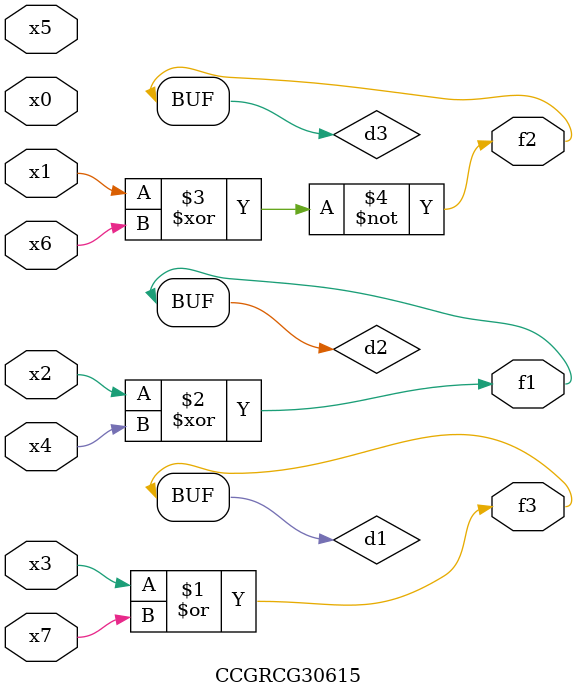
<source format=v>
module CCGRCG30615(
	input x0, x1, x2, x3, x4, x5, x6, x7,
	output f1, f2, f3
);

	wire d1, d2, d3;

	or (d1, x3, x7);
	xor (d2, x2, x4);
	xnor (d3, x1, x6);
	assign f1 = d2;
	assign f2 = d3;
	assign f3 = d1;
endmodule

</source>
